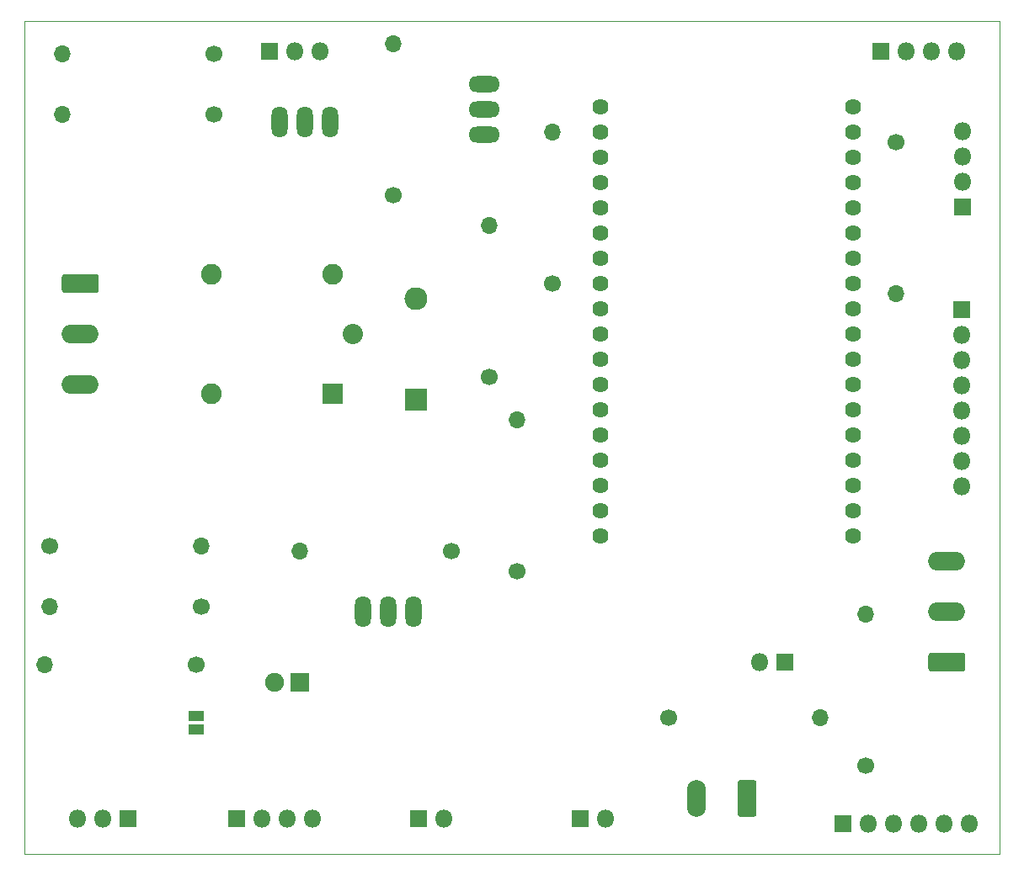
<source format=gbr>
%TF.GenerationSoftware,KiCad,Pcbnew,5.1.6-c6e7f7d~87~ubuntu20.04.1*%
%TF.CreationDate,2020-09-08T10:24:42-03:00*%
%TF.ProjectId,Projeto_placa,50726f6a-6574-46f5-9f70-6c6163612e6b,rev?*%
%TF.SameCoordinates,Original*%
%TF.FileFunction,Soldermask,Top*%
%TF.FilePolarity,Negative*%
%FSLAX46Y46*%
G04 Gerber Fmt 4.6, Leading zero omitted, Abs format (unit mm)*
G04 Created by KiCad (PCBNEW 5.1.6-c6e7f7d~87~ubuntu20.04.1) date 2020-09-08 10:24:42*
%MOMM*%
%LPD*%
G01*
G04 APERTURE LIST*
%TA.AperFunction,Profile*%
%ADD10C,0.050000*%
%TD*%
%ADD11R,1.800000X1.800000*%
%ADD12O,1.800000X1.800000*%
%ADD13R,1.900000X1.900000*%
%ADD14C,1.900000*%
%ADD15R,2.300000X2.300000*%
%ADD16O,2.300000X2.300000*%
%ADD17O,1.900000X3.700000*%
%ADD18O,3.700000X1.900000*%
%ADD19R,1.600000X1.100000*%
%ADD20R,2.080000X2.080000*%
%ADD21C,2.035000*%
%ADD22C,2.080000*%
%ADD23O,1.624000X3.148000*%
%ADD24O,3.148000X1.624000*%
%ADD25C,1.700000*%
%ADD26O,1.700000X1.700000*%
%ADD27C,1.624000*%
G04 APERTURE END LIST*
D10*
X72644000Y-29464000D02*
X72644000Y-113284000D01*
X170688000Y-29464000D02*
X72644000Y-29464000D01*
X170688000Y-113284000D02*
X170688000Y-29464000D01*
X72644000Y-113284000D02*
X170688000Y-113284000D01*
D11*
%TO.C,J9*%
X166852600Y-58496200D03*
D12*
X166852600Y-61036200D03*
X166852600Y-63576200D03*
X166852600Y-66116200D03*
X166852600Y-68656200D03*
X166852600Y-71196200D03*
X166852600Y-73736200D03*
X166852600Y-76276200D03*
%TD*%
D13*
%TO.C,D1*%
X100330000Y-96012000D03*
D14*
X97790000Y-96012000D03*
%TD*%
D15*
%TO.C,D2*%
X112014000Y-67564000D03*
D16*
X112014000Y-57404000D03*
%TD*%
D11*
%TO.C,J1*%
X128524000Y-109728000D03*
D12*
X131064000Y-109728000D03*
%TD*%
%TO.C,J2*%
X102362000Y-32512000D03*
X99822000Y-32512000D03*
D11*
X97282000Y-32512000D03*
%TD*%
%TO.C,J3*%
X83058000Y-109728000D03*
D12*
X80518000Y-109728000D03*
X77978000Y-109728000D03*
%TD*%
D11*
%TO.C,J4*%
X158750000Y-32512000D03*
D12*
X161290000Y-32512000D03*
X163830000Y-32512000D03*
X166370000Y-32512000D03*
%TD*%
%TO.C,J5*%
X166941500Y-40589200D03*
X166941500Y-43129200D03*
X166941500Y-45669200D03*
D11*
X166941500Y-48209200D03*
%TD*%
%TO.C,J6*%
X93980000Y-109728000D03*
D12*
X96520000Y-109728000D03*
X99060000Y-109728000D03*
X101600000Y-109728000D03*
%TD*%
D11*
%TO.C,J7*%
X112268000Y-109728000D03*
D12*
X114808000Y-109728000D03*
%TD*%
D11*
%TO.C,J8*%
X154940000Y-110236000D03*
D12*
X157480000Y-110236000D03*
X160020000Y-110236000D03*
X162560000Y-110236000D03*
X165100000Y-110236000D03*
X167640000Y-110236000D03*
%TD*%
%TO.C,J10*%
G36*
G01*
X146238000Y-106109889D02*
X146238000Y-109282111D01*
G75*
G02*
X145974111Y-109546000I-263889J0D01*
G01*
X144601889Y-109546000D01*
G75*
G02*
X144338000Y-109282111I0J263889D01*
G01*
X144338000Y-106109889D01*
G75*
G02*
X144601889Y-105846000I263889J0D01*
G01*
X145974111Y-105846000D01*
G75*
G02*
X146238000Y-106109889I0J-263889D01*
G01*
G37*
D17*
X140208000Y-107696000D03*
%TD*%
%TO.C,J11*%
G36*
G01*
X166940111Y-94930000D02*
X163767889Y-94930000D01*
G75*
G02*
X163504000Y-94666111I0J263889D01*
G01*
X163504000Y-93293889D01*
G75*
G02*
X163767889Y-93030000I263889J0D01*
G01*
X166940111Y-93030000D01*
G75*
G02*
X167204000Y-93293889I0J-263889D01*
G01*
X167204000Y-94666111D01*
G75*
G02*
X166940111Y-94930000I-263889J0D01*
G01*
G37*
D18*
X165354000Y-88900000D03*
X165354000Y-83820000D03*
%TD*%
D12*
%TO.C,J12*%
X146558000Y-93980000D03*
D11*
X149098000Y-93980000D03*
%TD*%
D18*
%TO.C,J13*%
X78232000Y-66040000D03*
X78232000Y-60960000D03*
G36*
G01*
X76645889Y-54930000D02*
X79818111Y-54930000D01*
G75*
G02*
X80082000Y-55193889I0J-263889D01*
G01*
X80082000Y-56566111D01*
G75*
G02*
X79818111Y-56830000I-263889J0D01*
G01*
X76645889Y-56830000D01*
G75*
G02*
X76382000Y-56566111I0J263889D01*
G01*
X76382000Y-55193889D01*
G75*
G02*
X76645889Y-54930000I263889J0D01*
G01*
G37*
%TD*%
D19*
%TO.C,JP1*%
X89916000Y-99426000D03*
X89916000Y-100726000D03*
%TD*%
D20*
%TO.C,K1*%
X103636000Y-66960000D03*
D21*
X105636000Y-60960000D03*
D22*
X103636000Y-54960000D03*
X91436000Y-54960000D03*
X91436000Y-66960000D03*
%TD*%
D23*
%TO.C,Q1*%
X106680000Y-88900000D03*
X109220000Y-88900000D03*
X111760000Y-88900000D03*
%TD*%
%TO.C,Q2*%
X103378000Y-39624000D03*
X100838000Y-39624000D03*
X98298000Y-39624000D03*
%TD*%
D24*
%TO.C,Q3*%
X118872000Y-40894000D03*
X118872000Y-38354000D03*
X118872000Y-35814000D03*
%TD*%
D25*
%TO.C,R1*%
X157226000Y-104394000D03*
D26*
X157226000Y-89154000D03*
%TD*%
%TO.C,R2*%
X152654000Y-99568000D03*
D25*
X137414000Y-99568000D03*
%TD*%
D26*
%TO.C,R3*%
X90424000Y-82296000D03*
D25*
X75184000Y-82296000D03*
%TD*%
%TO.C,R4*%
X109728000Y-46990000D03*
D26*
X109728000Y-31750000D03*
%TD*%
D25*
%TO.C,R5*%
X115570000Y-82804000D03*
D26*
X100330000Y-82804000D03*
%TD*%
D25*
%TO.C,R6*%
X89916000Y-94234000D03*
D26*
X74676000Y-94234000D03*
%TD*%
%TO.C,R7*%
X75184000Y-88392000D03*
D25*
X90424000Y-88392000D03*
%TD*%
%TO.C,R8*%
X91694000Y-38862000D03*
D26*
X76454000Y-38862000D03*
%TD*%
%TO.C,R9*%
X76454000Y-32766000D03*
D25*
X91694000Y-32766000D03*
%TD*%
D26*
%TO.C,R11*%
X122174000Y-69596000D03*
D25*
X122174000Y-84836000D03*
%TD*%
%TO.C,R12*%
X119380000Y-65278000D03*
D26*
X119380000Y-50038000D03*
%TD*%
%TO.C,R13*%
X160274000Y-56896000D03*
D25*
X160274000Y-41656000D03*
%TD*%
%TO.C,R14*%
X125730000Y-55880000D03*
D26*
X125730000Y-40640000D03*
%TD*%
D27*
%TO.C,U1*%
X130556000Y-38100000D03*
X130556000Y-40640000D03*
X130556000Y-43180000D03*
X130556000Y-45720000D03*
X130556000Y-48260000D03*
X130556000Y-50800000D03*
X130556000Y-53340000D03*
X130556000Y-55880000D03*
X130556000Y-58420000D03*
X130556000Y-60960000D03*
X130556000Y-63500000D03*
X130556000Y-66040000D03*
X130556000Y-68580000D03*
X130556000Y-71120000D03*
X130556000Y-73660000D03*
X130556000Y-76200000D03*
X130556000Y-78740000D03*
X130556000Y-81280000D03*
X155956000Y-81280000D03*
X155956000Y-78740000D03*
X155956000Y-76200000D03*
X155956000Y-73660000D03*
X155956000Y-71120000D03*
X155956000Y-68580000D03*
X155956000Y-66040000D03*
X155956000Y-63500000D03*
X155956000Y-60960000D03*
X155956000Y-58420000D03*
X155956000Y-55880000D03*
X155956000Y-53340000D03*
X155956000Y-50800000D03*
X155956000Y-48260000D03*
X155956000Y-45720000D03*
X155956000Y-43180000D03*
X155956000Y-40640000D03*
X155956000Y-38100000D03*
%TD*%
M02*

</source>
